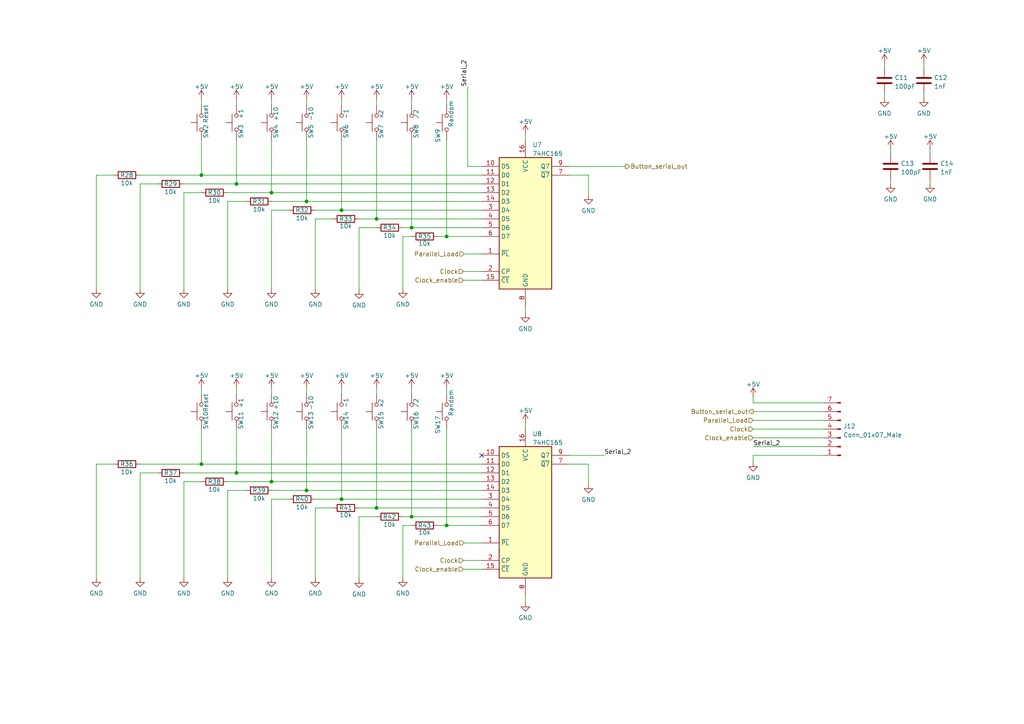
<source format=kicad_sch>
(kicad_sch (version 20211123) (generator eeschema)
  (paper "A4")
  (lib_symbols
    (symbol "74xx:74HC165"
      (property "Reference" "U" (at -7.62 19.05 0))
      (property "Value" "74HC165" (at -7.62 -21.59 0))
      (symbol "74HC165_1_0"
        (pin input line (at -12.7 -10.16 0) (length 5.08) (name "~{PL}") (number "1"))
        (pin input line (at -12.7 15.24 0) (length 5.08) (name "DS") (number "10"))
        (pin input line (at -12.7 12.7 0) (length 5.08) (name "D0") (number "11"))
        (pin input line (at -12.7 10.16 0) (length 5.08) (name "D1") (number "12"))
        (pin input line (at -12.7 7.62 0) (length 5.08) (name "D2") (number "13"))
        (pin input line (at -12.7 5.08 0) (length 5.08) (name "D3") (number "14"))
        (pin input line (at -12.7 -17.78 0) (length 5.08) (name "~{CE}") (number "15"))
        (pin power_in line (at 0 22.86 270) (length 5.08) (name "VCC") (number "16"))
        (pin input line (at -12.7 -15.24 0) (length 5.08) (name "CP") (number "2"))
        (pin input line (at -12.7 2.54 0) (length 5.08) (name "D4") (number "3"))
        (pin input line (at -12.7 0 0) (length 5.08) (name "D5") (number "4"))
        (pin input line (at -12.7 -2.54 0) (length 5.08) (name "D6") (number "5"))
        (pin input line (at -12.7 -5.08 0) (length 5.08) (name "D7") (number "6"))
        (pin output line (at 12.7 12.7 180) (length 5.08) (name "~{Q7}") (number "7"))
        (pin power_in line (at 0 -25.4 90) (length 5.08) (name "GND") (number "8"))
        (pin output line (at 12.7 15.24 180) (length 5.08) (name "Q7") (number "9"))
      )
      (symbol "74HC165_1_1"
        (rectangle (start -7.62 17.78) (end 7.62 -20.32) (stroke (width 0.254)) (fill (type background)))
      )
    )
    (symbol "Connector:Conn_01x07_Male" (pin_names (offset 1.016) hide)
      (property "Reference" "J" (at 0 10.16 0))
      (property "Value" "Conn_01x07_Male" (at 0 -10.16 0))
      (symbol "Conn_01x07_Male_1_1"
        (polyline (pts (xy 1.27 -7.62) (xy 0.8636 -7.62)) (stroke (width 0.1524)))
        (polyline (pts (xy 1.27 -5.08) (xy 0.8636 -5.08)) (stroke (width 0.1524)))
        (polyline (pts (xy 1.27 -2.54) (xy 0.8636 -2.54)) (stroke (width 0.1524)))
        (polyline (pts (xy 1.27 0) (xy 0.8636 0)) (stroke (width 0.1524)))
        (polyline (pts (xy 1.27 2.54) (xy 0.8636 2.54)) (stroke (width 0.1524)))
        (polyline (pts (xy 1.27 5.08) (xy 0.8636 5.08)) (stroke (width 0.1524)))
        (polyline (pts (xy 1.27 7.62) (xy 0.8636 7.62)) (stroke (width 0.1524)))
        (rectangle (start 0.8636 -7.493) (end 0 -7.747) (stroke (width 0.1524)) (fill (type outline)))
        (rectangle (start 0.8636 -4.953) (end 0 -5.207) (stroke (width 0.1524)) (fill (type outline)))
        (rectangle (start 0.8636 -2.413) (end 0 -2.667) (stroke (width 0.1524)) (fill (type outline)))
        (rectangle (start 0.8636 0.127) (end 0 -0.127) (stroke (width 0.1524)) (fill (type outline)))
        (rectangle (start 0.8636 2.667) (end 0 2.413) (stroke (width 0.1524)) (fill (type outline)))
        (rectangle (start 0.8636 5.207) (end 0 4.953) (stroke (width 0.1524)) (fill (type outline)))
        (rectangle (start 0.8636 7.747) (end 0 7.493) (stroke (width 0.1524)) (fill (type outline)))
        (pin passive line (at 5.08 7.62 180) (length 3.81) (name "Pin_1") (number "1"))
        (pin passive line (at 5.08 5.08 180) (length 3.81) (name "Pin_2") (number "2"))
        (pin passive line (at 5.08 2.54 180) (length 3.81) (name "Pin_3") (number "3"))
        (pin passive line (at 5.08 0 180) (length 3.81) (name "Pin_4") (number "4"))
        (pin passive line (at 5.08 -2.54 180) (length 3.81) (name "Pin_5") (number "5"))
        (pin passive line (at 5.08 -5.08 180) (length 3.81) (name "Pin_6") (number "6"))
        (pin passive line (at 5.08 -7.62 180) (length 3.81) (name "Pin_7") (number "7"))
      )
    )
    (symbol "Device:C" (pin_numbers hide) (pin_names (offset 0.254))
      (property "Reference" "C" (at 0.635 2.54 0))
      (property "Value" "C" (at 0.635 -2.54 0))
      (symbol "C_0_1"
        (polyline (pts (xy -2.032 -0.762) (xy 2.032 -0.762)) (stroke (width 0.508)))
        (polyline (pts (xy -2.032 0.762) (xy 2.032 0.762)) (stroke (width 0.508)))
      )
      (symbol "C_1_1"
        (pin passive line (at 0 3.81 270) (length 2.794) (name "~") (number "1"))
        (pin passive line (at 0 -3.81 90) (length 2.794) (name "~") (number "2"))
      )
    )
    (symbol "Device:R" (pin_numbers hide) (pin_names (offset 0))
      (property "Reference" "R" (at 2.032 0 90))
      (property "Value" "R" (at 0 0 90))
      (symbol "R_0_1"
        (rectangle (start -1.016 -2.54) (end 1.016 2.54) (stroke (width 0.254)))
      )
      (symbol "R_1_1"
        (pin passive line (at 0 3.81 270) (length 1.27) (name "~") (number "1"))
        (pin passive line (at 0 -3.81 90) (length 1.27) (name "~") (number "2"))
      )
    )
    (symbol "Switch:SW_Push" (pin_numbers hide) (pin_names (offset 1.016) hide)
      (property "Reference" "SW" (at 1.27 2.54 0))
      (property "Value" "SW_Push" (at 0 -1.524 0))
      (symbol "SW_Push_0_1"
        (circle (center -2.032 0) (radius 0.508))
        (polyline (pts (xy 0 1.27) (xy 0 3.048)))
        (polyline (pts (xy 2.54 1.27) (xy -2.54 1.27)))
        (circle (center 2.032 0) (radius 0.508))
        (pin passive line (at -5.08 0 0) (length 2.54) (name "1") (number "1"))
        (pin passive line (at 5.08 0 180) (length 2.54) (name "2") (number "2"))
      )
    )
    (symbol "power:+5V" (power) (pin_names (offset 0))
      (property "Value" "+5V" (at 0 3.556 0))
      (symbol "+5V_0_1"
        (polyline (pts (xy -0.762 1.27) (xy 0 2.54)))
        (polyline (pts (xy 0 0) (xy 0 2.54)))
        (polyline (pts (xy 0 2.54) (xy 0.762 1.27)))
      )
      (symbol "+5V_1_1"
        (pin power_in line (at 0 0 90) (length 0) hide (name "+5V") (number "1"))
      )
    )
    (symbol "power:GND" (power) (pin_names (offset 0))
      (property "Value" "GND" (at 0 -3.81 0))
      (symbol "GND_0_1"
        (polyline (pts (xy 0 0) (xy 0 -1.27) (xy 1.27 -1.27) (xy 0 -2.54) (xy -1.27 -1.27) (xy 0 -1.27)))
      )
      (symbol "GND_1_1"
        (pin power_in line (at 0 0 270) (length 0) hide (name "GND") (number "1"))
      )
    )
  )
  (junction (at 109.22 63.5))
  (junction (at 119.38 149.86))
  (junction (at 99.06 144.78))
  (junction (at 129.54 68.58))
  (junction (at 58.42 50.8))
  (junction (at 78.74 139.7))
  (junction (at 88.9 142.24))
  (junction (at 119.38 66.04))
  (junction (at 129.54 152.4))
  (junction (at 88.9 58.42))
  (junction (at 68.58 137.16))
  (junction (at 109.22 147.32))
  (junction (at 78.74 55.88))
  (junction (at 68.58 53.34))
  (junction (at 58.42 134.62))
  (junction (at 99.06 60.96))
  (no_connect (at 139.7 132.08))
  (wire (pts (xy 218.44 124.46) (xy 238.76 124.46)))
  (wire (pts (xy 152.4 88.9) (xy 152.4 90.932)))
  (wire (pts (xy 104.14 63.5) (xy 109.22 63.5)))
  (wire (pts (xy 127 68.58) (xy 129.54 68.58)))
  (wire (pts (xy 53.34 139.7) (xy 53.34 167.64)))
  (wire (pts (xy 66.04 142.24) (xy 66.04 167.64)))
  (wire (pts (xy 88.9 124.46) (xy 88.9 142.24)))
  (wire (pts (xy 53.34 53.34) (xy 68.58 53.34)))
  (wire (pts (xy 256.54 19.558) (xy 256.54 18.288)))
  (wire (pts (xy 134.366 162.56) (xy 139.7 162.56)))
  (wire (pts (xy 78.74 112.522) (xy 78.74 114.3)))
  (wire (pts (xy 71.374 58.42) (xy 66.04 58.42)))
  (wire (pts (xy 68.58 137.16) (xy 139.7 137.16)))
  (wire (pts (xy 119.38 124.46) (xy 119.38 149.86)))
  (wire (pts (xy 116.84 66.04) (xy 119.38 66.04)))
  (wire (pts (xy 119.38 68.58) (xy 116.84 68.58)))
  (wire (pts (xy 258.318 52.07) (xy 258.318 53.34)))
  (wire (pts (xy 99.06 40.64) (xy 99.06 60.96)))
  (wire (pts (xy 109.22 112.522) (xy 109.22 114.3)))
  (wire (pts (xy 78.74 144.78) (xy 78.74 167.64)))
  (wire (pts (xy 129.54 112.522) (xy 129.54 114.3)))
  (wire (pts (xy 104.14 149.86) (xy 109.22 149.86)))
  (wire (pts (xy 109.22 40.64) (xy 109.22 63.5)))
  (wire (pts (xy 33.02 50.8) (xy 27.94 50.8)))
  (wire (pts (xy 104.14 66.04) (xy 109.22 66.04)))
  (wire (pts (xy 99.06 124.46) (xy 99.06 144.78)))
  (wire (pts (xy 27.94 134.62) (xy 27.94 167.64)))
  (wire (pts (xy 119.38 149.86) (xy 139.7 149.86)))
  (wire (pts (xy 96.52 63.5) (xy 91.44 63.5)))
  (wire (pts (xy 88.9 112.522) (xy 88.9 114.3)))
  (wire (pts (xy 116.84 68.58) (xy 116.84 83.82)))
  (wire (pts (xy 58.42 40.64) (xy 58.42 50.8)))
  (wire (pts (xy 116.84 152.4) (xy 116.84 167.64)))
  (wire (pts (xy 58.42 124.46) (xy 58.42 134.62)))
  (wire (pts (xy 58.42 28.702) (xy 58.42 30.48)))
  (wire (pts (xy 269.748 52.07) (xy 269.748 53.34)))
  (wire (pts (xy 53.34 55.88) (xy 53.34 83.82)))
  (wire (pts (xy 40.64 134.62) (xy 58.42 134.62)))
  (wire (pts (xy 66.04 139.7) (xy 78.74 139.7)))
  (wire (pts (xy 256.54 27.178) (xy 256.54 28.448)))
  (wire (pts (xy 152.4 122.682) (xy 152.4 124.46)))
  (wire (pts (xy 129.54 68.58) (xy 139.7 68.58)))
  (wire (pts (xy 78.74 139.7) (xy 139.7 139.7)))
  (wire (pts (xy 269.748 43.18) (xy 269.748 44.45)))
  (wire (pts (xy 165.1 50.8) (xy 170.688 50.8)))
  (wire (pts (xy 58.42 139.7) (xy 53.34 139.7)))
  (wire (pts (xy 134.62 157.48) (xy 139.7 157.48)))
  (wire (pts (xy 68.58 40.64) (xy 68.58 53.34)))
  (wire (pts (xy 218.44 115.062) (xy 218.44 116.84)))
  (wire (pts (xy 96.52 147.32) (xy 91.44 147.32)))
  (wire (pts (xy 134.366 78.74) (xy 139.7 78.74)))
  (wire (pts (xy 58.42 50.8) (xy 139.7 50.8)))
  (wire (pts (xy 152.4 38.862) (xy 152.4 40.64)))
  (wire (pts (xy 116.84 149.86) (xy 119.38 149.86)))
  (wire (pts (xy 267.97 18.288) (xy 267.97 19.558)))
  (wire (pts (xy 66.04 58.42) (xy 66.04 83.82)))
  (wire (pts (xy 109.22 147.32) (xy 139.7 147.32)))
  (wire (pts (xy 71.374 142.24) (xy 66.04 142.24)))
  (wire (pts (xy 78.74 60.96) (xy 78.74 83.82)))
  (wire (pts (xy 129.54 40.64) (xy 129.54 68.58)))
  (wire (pts (xy 78.74 28.702) (xy 78.74 30.48)))
  (wire (pts (xy 170.688 50.8) (xy 170.688 56.642)))
  (wire (pts (xy 91.44 60.96) (xy 99.06 60.96)))
  (wire (pts (xy 119.38 28.702) (xy 119.38 30.48)))
  (wire (pts (xy 78.74 124.46) (xy 78.74 139.7)))
  (wire (pts (xy 78.74 55.88) (xy 139.7 55.88)))
  (wire (pts (xy 40.64 137.16) (xy 40.64 167.64)))
  (wire (pts (xy 68.58 124.46) (xy 68.58 137.16)))
  (wire (pts (xy 40.64 53.34) (xy 40.64 83.82)))
  (wire (pts (xy 53.34 137.16) (xy 68.58 137.16)))
  (wire (pts (xy 218.44 132.08) (xy 218.44 134.112)))
  (wire (pts (xy 218.44 119.38) (xy 238.76 119.38)))
  (wire (pts (xy 134.366 165.1) (xy 139.7 165.1)))
  (wire (pts (xy 218.44 129.54) (xy 238.76 129.54)))
  (wire (pts (xy 129.54 124.46) (xy 129.54 152.4)))
  (wire (pts (xy 45.72 53.34) (xy 40.64 53.34)))
  (wire (pts (xy 109.22 124.46) (xy 109.22 147.32)))
  (wire (pts (xy 58.42 55.88) (xy 53.34 55.88)))
  (wire (pts (xy 58.42 112.522) (xy 58.42 114.3)))
  (wire (pts (xy 91.44 144.78) (xy 99.06 144.78)))
  (wire (pts (xy 104.14 84.074) (xy 104.14 66.04)))
  (wire (pts (xy 134.62 73.66) (xy 139.7 73.66)))
  (wire (pts (xy 99.06 144.78) (xy 139.7 144.78)))
  (wire (pts (xy 218.44 121.92) (xy 238.76 121.92)))
  (wire (pts (xy 78.74 60.96) (xy 83.82 60.96)))
  (wire (pts (xy 104.14 167.894) (xy 104.14 149.86)))
  (wire (pts (xy 66.04 55.88) (xy 78.74 55.88)))
  (wire (pts (xy 109.22 28.702) (xy 109.22 30.48)))
  (wire (pts (xy 119.38 152.4) (xy 116.84 152.4)))
  (wire (pts (xy 78.994 58.42) (xy 88.9 58.42)))
  (wire (pts (xy 134.366 81.28) (xy 139.7 81.28)))
  (wire (pts (xy 58.42 134.62) (xy 139.7 134.62)))
  (wire (pts (xy 218.44 127) (xy 238.76 127)))
  (wire (pts (xy 88.9 40.64) (xy 88.9 58.42)))
  (wire (pts (xy 99.06 60.96) (xy 139.7 60.96)))
  (wire (pts (xy 88.9 142.24) (xy 139.7 142.24)))
  (wire (pts (xy 88.9 58.42) (xy 139.7 58.42)))
  (wire (pts (xy 109.22 63.5) (xy 139.7 63.5)))
  (wire (pts (xy 135.636 25.146) (xy 135.636 48.26)))
  (wire (pts (xy 78.994 142.24) (xy 88.9 142.24)))
  (wire (pts (xy 104.14 147.32) (xy 109.22 147.32)))
  (wire (pts (xy 99.06 112.522) (xy 99.06 114.3)))
  (wire (pts (xy 267.97 27.178) (xy 267.97 28.448)))
  (wire (pts (xy 165.1 134.62) (xy 170.688 134.62)))
  (wire (pts (xy 91.44 63.5) (xy 91.44 83.82)))
  (wire (pts (xy 91.44 147.32) (xy 91.44 167.64)))
  (wire (pts (xy 78.74 144.78) (xy 83.82 144.78)))
  (wire (pts (xy 99.06 28.702) (xy 99.06 30.48)))
  (wire (pts (xy 88.9 28.702) (xy 88.9 30.48)))
  (wire (pts (xy 119.38 66.04) (xy 139.7 66.04)))
  (wire (pts (xy 129.54 28.702) (xy 129.54 30.48)))
  (wire (pts (xy 165.1 48.26) (xy 181.356 48.26)))
  (wire (pts (xy 68.58 112.522) (xy 68.58 114.3)))
  (wire (pts (xy 45.72 137.16) (xy 40.64 137.16)))
  (wire (pts (xy 27.94 50.8) (xy 27.94 83.82)))
  (wire (pts (xy 40.64 50.8) (xy 58.42 50.8)))
  (wire (pts (xy 78.74 40.64) (xy 78.74 55.88)))
  (wire (pts (xy 127 152.4) (xy 129.54 152.4)))
  (wire (pts (xy 258.318 44.45) (xy 258.318 43.18)))
  (wire (pts (xy 119.38 112.522) (xy 119.38 114.3)))
  (wire (pts (xy 119.38 40.64) (xy 119.38 66.04)))
  (wire (pts (xy 68.58 53.34) (xy 139.7 53.34)))
  (wire (pts (xy 129.54 152.4) (xy 139.7 152.4)))
  (wire (pts (xy 139.7 48.26) (xy 135.636 48.26)))
  (wire (pts (xy 33.02 134.62) (xy 27.94 134.62)))
  (wire (pts (xy 68.58 28.702) (xy 68.58 30.48)))
  (wire (pts (xy 152.4 172.72) (xy 152.4 174.752)))
  (wire (pts (xy 165.1 132.08) (xy 175.26 132.08)))
  (wire (pts (xy 170.688 134.62) (xy 170.688 140.462)))
  (wire (pts (xy 218.44 116.84) (xy 238.76 116.84)))
  (wire (pts (xy 218.44 132.08) (xy 238.76 132.08)))
  (label "Serial_2" (at 175.26 132.08 0))
  (label "Serial_2" (at 135.636 25.146 90))
  (label "Serial_2" (at 218.44 129.54 0))
  (hierarchical_label "Parallel_Load" (shape input) (at 134.62 157.48 180))
  (hierarchical_label "Parallel_Load" (shape input) (at 134.62 73.66 180))
  (hierarchical_label "Parallel_Load" (shape input) (at 218.44 121.92 180))
  (hierarchical_label "Clock" (shape input) (at 134.366 78.74 180))
  (hierarchical_label "Clock_enable" (shape input) (at 134.366 165.1 180))
  (hierarchical_label "Button_serial_out" (shape output) (at 181.356 48.26 0))
  (hierarchical_label "Clock_enable" (shape input) (at 134.366 81.28 180))
  (hierarchical_label "Clock" (shape input) (at 134.366 162.56 180))
  (hierarchical_label "Clock" (shape input) (at 218.44 124.46 180))
  (hierarchical_label "Button_serial_out" (shape output) (at 218.44 119.38 180))
  (hierarchical_label "Clock_enable" (shape input) (at 218.44 127 180))
  (symbol (lib_id "power:GND") (at 91.44 167.64 0) (unit 1)
    (property "Reference" "#PWR043" (effects hide))
    (property "Value" "GND" (at 91.44 172.0834 0))
  )
  (symbol (lib_id "power:GND") (at 66.04 83.82 0) (unit 1)
    (property "Reference" "#PWR022" (effects hide))
    (property "Value" "GND" (at 66.04 88.2634 0))
  )
  (symbol (lib_id "Switch:SW_Push") (at 68.58 35.56 90) (unit 1)
    (property "Reference" "SW3" (at 69.8531 38.1 0))
    (property "Value" "+1" (at 69.85 33.02 0))
    (property "Footprint" "Button_Switch_THT:SW_PUSH_6mm_H5mm" (effects hide))
  )
  (symbol (lib_id "power:GND") (at 53.34 167.64 0) (unit 1)
    (property "Reference" "#PWR040" (effects hide))
    (property "Value" "GND" (at 53.34 172.0834 0))
  )
  (symbol (lib_id "power:GND") (at 104.14 167.894 0) (unit 1)
    (property "Reference" "#PWR045" (effects hide))
    (property "Value" "GND" (at 104.14 172.3374 0))
  )
  (symbol (lib_id "Device:R") (at 100.33 63.5 90) (unit 1)
    (property "Reference" "R33" (at 102.235 63.5 90) (effects (justify left)))
    (property "Value" "10k" (at 102.108 65.532 90) (effects (justify left)))
    (property "Footprint" "Resistor_THT:R_Axial_DIN0207_L6.3mm_D2.5mm_P7.62mm_Horizontal" (effects hide))
  )
  (symbol (lib_id "power:+5V") (at 58.42 28.702 0) (unit 1)
    (property "Reference" "#PWR05" (effects hide))
    (property "Value" "+5V" (at 58.42 25.1262 0))
  )
  (symbol (lib_id "Switch:SW_Push") (at 88.9 119.38 90) (unit 1)
    (property "Reference" "SW13" (at 90.1731 121.92 0))
    (property "Value" "-10" (at 90.17 116.84 0))
    (property "Footprint" "Button_Switch_THT:SW_PUSH_6mm_H5mm" (effects hide))
  )
  (symbol (lib_id "Switch:SW_Push") (at 129.54 35.56 90) (unit 1)
    (property "Reference" "SW9" (at 127 39.37 0))
    (property "Value" "Random" (at 130.81 33.02 0))
    (property "Footprint" "Button_Switch_THT:SW_PUSH_6mm_H5mm" (effects hide))
  )
  (symbol (lib_id "Device:R") (at 49.53 137.16 90) (unit 1)
    (property "Reference" "R37" (at 51.435 137.16 90) (effects (justify left)))
    (property "Value" "10k" (at 51.308 139.446 90) (effects (justify left)))
    (property "Footprint" "Resistor_THT:R_Axial_DIN0207_L6.3mm_D2.5mm_P7.62mm_Horizontal" (effects hide))
  )
  (symbol (lib_id "power:GND") (at 78.74 83.82 0) (unit 1)
    (property "Reference" "#PWR023" (effects hide))
    (property "Value" "GND" (at 78.74 88.2634 0))
  )
  (symbol (lib_id "Device:C") (at 258.318 48.26 0) (unit 1)
    (property "Reference" "C13" (at 261.239 47.4253 0) (effects (justify left)))
    (property "Value" "100pF" (at 261.239 49.9622 0) (effects (justify left)))
    (property "Footprint" "Capacitor_THT:C_Disc_D3.8mm_W2.6mm_P2.50mm" (effects hide))
  )
  (symbol (lib_id "power:GND") (at 40.64 167.64 0) (unit 1)
    (property "Reference" "#PWR039" (effects hide))
    (property "Value" "GND" (at 40.64 172.0834 0))
  )
  (symbol (lib_id "power:GND") (at 27.94 83.82 0) (unit 1)
    (property "Reference" "#PWR019" (effects hide))
    (property "Value" "GND" (at 27.94 88.2634 0))
  )
  (symbol (lib_id "power:GND") (at 170.688 140.462 0) (unit 1)
    (property "Reference" "#PWR037" (effects hide))
    (property "Value" "GND" (at 170.688 144.9054 0))
  )
  (symbol (lib_id "Device:R") (at 36.83 134.62 90) (unit 1)
    (property "Reference" "R36" (at 38.735 134.62 90) (effects (justify left)))
    (property "Value" "10k" (at 38.608 136.906 90) (effects (justify left)))
    (property "Footprint" "Resistor_THT:R_Axial_DIN0207_L6.3mm_D2.5mm_P7.62mm_Horizontal" (effects hide))
  )
  (symbol (lib_id "74xx:74HC165") (at 152.4 147.32 0) (unit 1)
    (property "Reference" "U8" (at 154.4194 125.8402 0) (effects (justify left)))
    (property "Value" "74HC165" (at 154.4194 128.3771 0) (effects (justify left)))
    (property "Footprint" "Package_DIP:DIP-16_W7.62mm_LongPads" (effects hide))
    (property "Datasheet" "https://assets.nexperia.com/documents/data-sheet/74HC_HCT165.pdf" (effects hide))
  )
  (symbol (lib_id "power:GND") (at 258.318 53.34 0) (unit 1)
    (property "Reference" "#PWR016" (effects hide))
    (property "Value" "GND" (at 258.318 57.7834 0))
  )
  (symbol (lib_id "power:+5V") (at 119.38 28.702 0) (unit 1)
    (property "Reference" "#PWR011" (effects hide))
    (property "Value" "+5V" (at 119.38 25.1262 0))
  )
  (symbol (lib_id "Switch:SW_Push") (at 109.22 35.56 90) (unit 1)
    (property "Reference" "SW7" (at 110.4931 38.1 0))
    (property "Value" "x2" (at 110.49 33.02 0))
    (property "Footprint" "Button_Switch_THT:SW_PUSH_6mm_H5mm" (effects hide))
  )
  (symbol (lib_id "power:+5V") (at 109.22 112.522 0) (unit 1)
    (property "Reference" "#PWR033" (effects hide))
    (property "Value" "+5V" (at 109.22 108.9462 0))
  )
  (symbol (lib_id "power:GND") (at 40.64 83.82 0) (unit 1)
    (property "Reference" "#PWR020" (effects hide))
    (property "Value" "GND" (at 40.64 88.2634 0))
  )
  (symbol (lib_id "Switch:SW_Push") (at 129.54 119.38 90) (unit 1)
    (property "Reference" "SW17" (at 127 123.19 0))
    (property "Value" "Random" (at 130.81 116.84 0))
    (property "Footprint" "Button_Switch_THT:SW_PUSH_6mm_H5mm" (effects hide))
  )
  (symbol (lib_id "power:GND") (at 66.04 167.64 0) (unit 1)
    (property "Reference" "#PWR041" (effects hide))
    (property "Value" "GND" (at 66.04 172.0834 0))
  )
  (symbol (lib_id "power:+5V") (at 152.4 38.862 0) (unit 1)
    (property "Reference" "#PWR013" (effects hide))
    (property "Value" "+5V" (at 152.4 35.2862 0))
  )
  (symbol (lib_id "power:+5V") (at 99.06 112.522 0) (unit 1)
    (property "Reference" "#PWR032" (effects hide))
    (property "Value" "+5V" (at 99.06 108.9462 0))
  )
  (symbol (lib_id "Switch:SW_Push") (at 109.22 119.38 90) (unit 1)
    (property "Reference" "SW15" (at 110.4931 121.92 0))
    (property "Value" "x2" (at 110.49 116.84 0))
    (property "Footprint" "Button_Switch_THT:SW_PUSH_6mm_H5mm" (effects hide))
  )
  (symbol (lib_id "Switch:SW_Push") (at 119.38 35.56 90) (unit 1)
    (property "Reference" "SW8" (at 120.6531 38.1 0))
    (property "Value" "/2" (at 120.65 33.02 0))
    (property "Footprint" "Button_Switch_THT:SW_PUSH_6mm_H5mm" (effects hide))
  )
  (symbol (lib_id "power:GND") (at 78.74 167.64 0) (unit 1)
    (property "Reference" "#PWR042" (effects hide))
    (property "Value" "GND" (at 78.74 172.0834 0))
  )
  (symbol (lib_id "power:GND") (at 256.54 28.448 0) (unit 1)
    (property "Reference" "#PWR03" (effects hide))
    (property "Value" "GND" (at 256.54 32.8914 0))
  )
  (symbol (lib_id "power:+5V") (at 267.97 18.288 0) (unit 1)
    (property "Reference" "#PWR02" (effects hide))
    (property "Value" "+5V" (at 267.97 14.7122 0))
  )
  (symbol (lib_id "power:+5V") (at 258.318 43.18 0) (unit 1)
    (property "Reference" "#PWR014" (effects hide))
    (property "Value" "+5V" (at 258.318 39.6042 0))
  )
  (symbol (lib_id "power:+5V") (at 78.74 28.702 0) (unit 1)
    (property "Reference" "#PWR07" (effects hide))
    (property "Value" "+5V" (at 78.74 25.1262 0))
  )
  (symbol (lib_id "Switch:SW_Push") (at 58.42 119.38 90) (unit 1)
    (property "Reference" "SW10" (at 59.6931 121.92 0))
    (property "Value" "Reset" (at 59.69 116.84 0))
    (property "Footprint" "Button_Switch_THT:SW_PUSH_6mm_H5mm" (effects hide))
  )
  (symbol (lib_id "power:GND") (at 152.4 90.932 0) (unit 1)
    (property "Reference" "#PWR027" (effects hide))
    (property "Value" "GND" (at 152.4 95.3754 0))
  )
  (symbol (lib_id "power:+5V") (at 88.9 28.702 0) (unit 1)
    (property "Reference" "#PWR08" (effects hide))
    (property "Value" "+5V" (at 88.9 25.1262 0))
  )
  (symbol (lib_id "power:GND") (at 91.44 83.82 0) (unit 1)
    (property "Reference" "#PWR024" (effects hide))
    (property "Value" "GND" (at 91.44 88.2634 0))
  )
  (symbol (lib_id "power:+5V") (at 129.54 112.522 0) (unit 1)
    (property "Reference" "#PWR035" (effects hide))
    (property "Value" "+5V" (at 129.54 108.9462 0))
  )
  (symbol (lib_id "Device:R") (at 113.03 149.86 90) (unit 1)
    (property "Reference" "R42" (at 114.935 149.86 90) (effects (justify left)))
    (property "Value" "10k" (at 114.808 152.146 90) (effects (justify left)))
    (property "Footprint" "Resistor_THT:R_Axial_DIN0207_L6.3mm_D2.5mm_P7.62mm_Horizontal" (effects hide))
  )
  (symbol (lib_id "power:+5V") (at 152.4 122.682 0) (unit 1)
    (property "Reference" "#PWR036" (effects hide))
    (property "Value" "+5V" (at 152.4 119.1062 0))
  )
  (symbol (lib_id "Switch:SW_Push") (at 88.9 35.56 90) (unit 1)
    (property "Reference" "SW5" (at 90.1731 38.1 0))
    (property "Value" "-10" (at 90.17 33.02 0))
    (property "Footprint" "Button_Switch_THT:SW_PUSH_6mm_H5mm" (effects hide))
  )
  (symbol (lib_id "power:GND") (at 104.14 84.074 0) (unit 1)
    (property "Reference" "#PWR026" (effects hide))
    (property "Value" "GND" (at 104.14 88.5174 0))
  )
  (symbol (lib_id "Device:R") (at 113.03 66.04 90) (unit 1)
    (property "Reference" "R34" (at 114.935 66.04 90) (effects (justify left)))
    (property "Value" "10k" (at 114.808 68.326 90) (effects (justify left)))
    (property "Footprint" "Resistor_THT:R_Axial_DIN0207_L6.3mm_D2.5mm_P7.62mm_Horizontal" (effects hide))
  )
  (symbol (lib_id "power:+5V") (at 218.44 115.062 0) (unit 1)
    (property "Reference" "#PWR066" (effects hide))
    (property "Value" "+5V" (at 218.44 111.4862 0))
  )
  (symbol (lib_id "power:GND") (at 152.4 174.752 0) (unit 1)
    (property "Reference" "#PWR046" (effects hide))
    (property "Value" "GND" (at 152.4 179.1954 0))
  )
  (symbol (lib_id "power:+5V") (at 129.54 28.702 0) (unit 1)
    (property "Reference" "#PWR012" (effects hide))
    (property "Value" "+5V" (at 129.54 25.1262 0))
  )
  (symbol (lib_id "Device:C") (at 269.748 48.26 0) (unit 1)
    (property "Reference" "C14" (at 272.669 47.4253 0) (effects (justify left)))
    (property "Value" "1nF" (at 272.669 49.9622 0) (effects (justify left)))
    (property "Footprint" "Capacitor_THT:C_Disc_D3.8mm_W2.6mm_P2.50mm" (effects hide))
  )
  (symbol (lib_id "Device:C") (at 256.54 23.368 0) (unit 1)
    (property "Reference" "C11" (at 259.461 22.5333 0) (effects (justify left)))
    (property "Value" "100pF" (at 259.461 25.0702 0) (effects (justify left)))
    (property "Footprint" "Capacitor_THT:C_Disc_D3.8mm_W2.6mm_P2.50mm" (effects hide))
  )
  (symbol (lib_id "power:GND") (at 269.748 53.34 0) (unit 1)
    (property "Reference" "#PWR017" (effects hide))
    (property "Value" "GND" (at 269.748 57.7834 0))
  )
  (symbol (lib_id "power:GND") (at 27.94 167.64 0) (unit 1)
    (property "Reference" "#PWR038" (effects hide))
    (property "Value" "GND" (at 27.94 172.0834 0))
  )
  (symbol (lib_id "power:+5V") (at 256.54 18.288 0) (unit 1)
    (property "Reference" "#PWR01" (effects hide))
    (property "Value" "+5V" (at 256.54 14.7122 0))
  )
  (symbol (lib_id "Device:R") (at 123.19 152.4 90) (unit 1)
    (property "Reference" "R43" (at 125.095 152.4 90) (effects (justify left)))
    (property "Value" "10k" (at 124.968 154.432 90) (effects (justify left)))
    (property "Footprint" "Resistor_THT:R_Axial_DIN0207_L6.3mm_D2.5mm_P7.62mm_Horizontal" (effects hide))
  )
  (symbol (lib_id "Device:R") (at 49.53 53.34 90) (unit 1)
    (property "Reference" "R29" (at 51.435 53.34 90) (effects (justify left)))
    (property "Value" "10k" (at 51.308 55.626 90) (effects (justify left)))
    (property "Footprint" "Resistor_THT:R_Axial_DIN0207_L6.3mm_D2.5mm_P7.62mm_Horizontal" (effects hide))
  )
  (symbol (lib_id "power:+5V") (at 68.58 112.522 0) (unit 1)
    (property "Reference" "#PWR029" (effects hide))
    (property "Value" "+5V" (at 68.58 108.9462 0))
  )
  (symbol (lib_id "power:GND") (at 218.44 134.112 0) (unit 1)
    (property "Reference" "#PWR067" (effects hide))
    (property "Value" "GND" (at 218.44 138.5554 0))
  )
  (symbol (lib_id "power:+5V") (at 78.74 112.522 0) (unit 1)
    (property "Reference" "#PWR030" (effects hide))
    (property "Value" "+5V" (at 78.74 108.9462 0))
  )
  (symbol (lib_id "power:+5V") (at 119.38 112.522 0) (unit 1)
    (property "Reference" "#PWR034" (effects hide))
    (property "Value" "+5V" (at 119.38 108.9462 0))
  )
  (symbol (lib_id "Device:R") (at 100.33 147.32 90) (unit 1)
    (property "Reference" "R41" (at 102.235 147.32 90) (effects (justify left)))
    (property "Value" "10k" (at 102.108 149.352 90) (effects (justify left)))
    (property "Footprint" "Resistor_THT:R_Axial_DIN0207_L6.3mm_D2.5mm_P7.62mm_Horizontal" (effects hide))
  )
  (symbol (lib_id "power:+5V") (at 99.06 28.702 0) (unit 1)
    (property "Reference" "#PWR09" (effects hide))
    (property "Value" "+5V" (at 99.06 25.1262 0))
  )
  (symbol (lib_id "power:GND") (at 267.97 28.448 0) (unit 1)
    (property "Reference" "#PWR04" (effects hide))
    (property "Value" "GND" (at 267.97 32.8914 0))
  )
  (symbol (lib_id "Device:R") (at 62.23 55.88 90) (unit 1)
    (property "Reference" "R30" (at 64.135 55.88 90) (effects (justify left)))
    (property "Value" "10k" (at 64.008 58.166 90) (effects (justify left)))
    (property "Footprint" "Resistor_THT:R_Axial_DIN0207_L6.3mm_D2.5mm_P7.62mm_Horizontal" (effects hide))
  )
  (symbol (lib_id "Device:C") (at 267.97 23.368 0) (unit 1)
    (property "Reference" "C12" (at 270.891 22.5333 0) (effects (justify left)))
    (property "Value" "1nF" (at 270.891 25.0702 0) (effects (justify left)))
    (property "Footprint" "Capacitor_THT:C_Disc_D3.8mm_W2.6mm_P2.50mm" (effects hide))
  )
  (symbol (lib_id "power:GND") (at 116.84 83.82 0) (unit 1)
    (property "Reference" "#PWR025" (effects hide))
    (property "Value" "GND" (at 116.84 88.2634 0))
  )
  (symbol (lib_id "Device:R") (at 62.23 139.7 90) (unit 1)
    (property "Reference" "R38" (at 64.135 139.7 90) (effects (justify left)))
    (property "Value" "10k" (at 64.008 141.986 90) (effects (justify left)))
    (property "Footprint" "Resistor_THT:R_Axial_DIN0207_L6.3mm_D2.5mm_P7.62mm_Horizontal" (effects hide))
  )
  (symbol (lib_id "Connector:Conn_01x07_Male") (at 243.84 124.46 180) (unit 1)
    (property "Reference" "J12" (at 244.5512 123.6253 0) (effects (justify right)))
    (property "Value" "Conn_01x07_Male" (at 244.5512 126.1622 0) (effects (justify right)))
    (property "Footprint" "Connector_PinHeader_2.54mm:PinHeader_1x07_P2.54mm_Vertical" (effects hide))
  )
  (symbol (lib_id "power:GND") (at 53.34 83.82 0) (unit 1)
    (property "Reference" "#PWR021" (effects hide))
    (property "Value" "GND" (at 53.34 88.2634 0))
  )
  (symbol (lib_id "Switch:SW_Push") (at 78.74 35.56 90) (unit 1)
    (property "Reference" "SW4" (at 80.0131 38.1 0))
    (property "Value" "+10" (at 80.01 33.02 0))
    (property "Footprint" "Button_Switch_THT:SW_PUSH_6mm_H5mm" (effects hide))
  )
  (symbol (lib_id "Device:R") (at 87.63 144.78 90) (unit 1)
    (property "Reference" "R40" (at 89.535 144.78 90) (effects (justify left)))
    (property "Value" "10k" (at 89.408 147.066 90) (effects (justify left)))
    (property "Footprint" "Resistor_THT:R_Axial_DIN0207_L6.3mm_D2.5mm_P7.62mm_Horizontal" (effects hide))
  )
  (symbol (lib_id "power:+5V") (at 109.22 28.702 0) (unit 1)
    (property "Reference" "#PWR010" (effects hide))
    (property "Value" "+5V" (at 109.22 25.1262 0))
  )
  (symbol (lib_id "Device:R") (at 75.184 142.24 90) (unit 1)
    (property "Reference" "R39" (at 77.089 142.24 90) (effects (justify left)))
    (property "Value" "10k" (at 76.962 144.526 90) (effects (justify left)))
    (property "Footprint" "Resistor_THT:R_Axial_DIN0207_L6.3mm_D2.5mm_P7.62mm_Horizontal" (effects hide))
  )
  (symbol (lib_id "Switch:SW_Push") (at 99.06 35.56 90) (unit 1)
    (property "Reference" "SW6" (at 100.3331 38.1 0))
    (property "Value" "-1" (at 100.33 33.02 0))
    (property "Footprint" "Button_Switch_THT:SW_PUSH_6mm_H5mm" (effects hide))
  )
  (symbol (lib_id "power:GND") (at 116.84 167.64 0) (unit 1)
    (property "Reference" "#PWR044" (effects hide))
    (property "Value" "GND" (at 116.84 172.0834 0))
  )
  (symbol (lib_id "power:+5V") (at 88.9 112.522 0) (unit 1)
    (property "Reference" "#PWR031" (effects hide))
    (property "Value" "+5V" (at 88.9 108.9462 0))
  )
  (symbol (lib_id "Switch:SW_Push") (at 99.06 119.38 90) (unit 1)
    (property "Reference" "SW14" (at 100.3331 121.92 0))
    (property "Value" "-1" (at 100.33 116.84 0))
    (property "Footprint" "Button_Switch_THT:SW_PUSH_6mm_H5mm" (effects hide))
  )
  (symbol (lib_id "Device:R") (at 75.184 58.42 90) (unit 1)
    (property "Reference" "R31" (at 77.089 58.42 90) (effects (justify left)))
    (property "Value" "10k" (at 76.962 60.706 90) (effects (justify left)))
    (property "Footprint" "Resistor_THT:R_Axial_DIN0207_L6.3mm_D2.5mm_P7.62mm_Horizontal" (effects hide))
  )
  (symbol (lib_id "Device:R") (at 123.19 68.58 90) (unit 1)
    (property "Reference" "R35" (at 125.095 68.58 90) (effects (justify left)))
    (property "Value" "10k" (at 124.968 70.612 90) (effects (justify left)))
    (property "Footprint" "Resistor_THT:R_Axial_DIN0207_L6.3mm_D2.5mm_P7.62mm_Horizontal" (effects hide))
  )
  (symbol (lib_id "Device:R") (at 87.63 60.96 90) (unit 1)
    (property "Reference" "R32" (at 89.535 60.96 90) (effects (justify left)))
    (property "Value" "10k" (at 89.408 63.246 90) (effects (justify left)))
    (property "Footprint" "Resistor_THT:R_Axial_DIN0207_L6.3mm_D2.5mm_P7.62mm_Horizontal" (effects hide))
  )
  (symbol (lib_id "74xx:74HC165") (at 152.4 63.5 0) (unit 1)
    (property "Reference" "U7" (at 154.4194 42.0202 0) (effects (justify left)))
    (property "Value" "74HC165" (at 154.4194 44.5571 0) (effects (justify left)))
    (property "Footprint" "Package_DIP:DIP-16_W7.62mm_LongPads" (effects hide))
    (property "Datasheet" "https://assets.nexperia.com/documents/data-sheet/74HC_HCT165.pdf" (effects hide))
  )
  (symbol (lib_id "Device:R") (at 36.83 50.8 90) (unit 1)
    (property "Reference" "R28" (at 38.735 50.8 90) (effects (justify left)))
    (property "Value" "10k" (at 38.608 53.086 90) (effects (justify left)))
    (property "Footprint" "Resistor_THT:R_Axial_DIN0207_L6.3mm_D2.5mm_P7.62mm_Horizontal" (effects hide))
  )
  (symbol (lib_id "power:GND") (at 170.688 56.642 0) (unit 1)
    (property "Reference" "#PWR018" (effects hide))
    (property "Value" "GND" (at 170.688 61.0854 0))
  )
  (symbol (lib_id "Switch:SW_Push") (at 58.42 35.56 90) (unit 1)
    (property "Reference" "SW2" (at 59.6931 38.1 0))
    (property "Value" "Reset" (at 59.69 33.02 0))
    (property "Footprint" "Button_Switch_THT:SW_PUSH_6mm_H5mm" (effects hide))
  )
  (symbol (lib_id "power:+5V") (at 269.748 43.18 0) (unit 1)
    (property "Reference" "#PWR015" (effects hide))
    (property "Value" "+5V" (at 269.748 39.6042 0))
  )
  (symbol (lib_id "Switch:SW_Push") (at 68.58 119.38 90) (unit 1)
    (property "Reference" "SW11" (at 69.8531 121.92 0))
    (property "Value" "+1" (at 69.85 116.84 0))
    (property "Footprint" "Button_Switch_THT:SW_PUSH_6mm_H5mm" (effects hide))
  )
  (symbol (lib_id "power:+5V") (at 58.42 112.522 0) (unit 1)
    (property "Reference" "#PWR028" (effects hide))
    (property "Value" "+5V" (at 58.42 108.9462 0))
  )
  (symbol (lib_id "Switch:SW_Push") (at 78.74 119.38 90) (unit 1)
    (property "Reference" "SW12" (at 80.0131 121.92 0))
    (property "Value" "+10" (at 80.01 116.84 0))
    (property "Footprint" "Button_Switch_THT:SW_PUSH_6mm_H5mm" (effects hide))
  )
  (symbol (lib_id "Switch:SW_Push") (at 119.38 119.38 90) (unit 1)
    (property "Reference" "SW16" (at 120.6531 121.92 0))
    (property "Value" "/2" (at 120.65 116.84 0))
    (property "Footprint" "Button_Switch_THT:SW_PUSH_6mm_H5mm" (effects hide))
  )
  (symbol (lib_id "power:+5V") (at 68.58 28.702 0) (unit 1)
    (property "Reference" "#PWR06" (effects hide))
    (property "Value" "+5V" (at 68.58 25.1262 0))
  )
)
</source>
